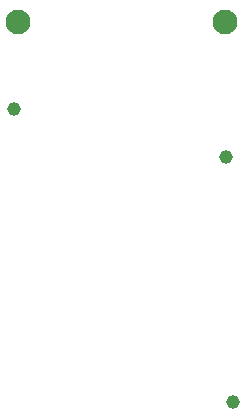
<source format=gbr>
%TF.GenerationSoftware,KiCad,Pcbnew,7.0.6-7.0.6~ubuntu22.04.1*%
%TF.CreationDate,2023-07-18T02:10:15-05:00*%
%TF.ProjectId,hydrophone_preamp,68796472-6f70-4686-9f6e-655f70726561,rev?*%
%TF.SameCoordinates,Original*%
%TF.FileFunction,Soldermask,Bot*%
%TF.FilePolarity,Negative*%
%FSLAX46Y46*%
G04 Gerber Fmt 4.6, Leading zero omitted, Abs format (unit mm)*
G04 Created by KiCad (PCBNEW 7.0.6-7.0.6~ubuntu22.04.1) date 2023-07-18 02:10:15*
%MOMM*%
%LPD*%
G01*
G04 APERTURE LIST*
%ADD10C,2.100000*%
%ADD11C,1.152000*%
G04 APERTURE END LIST*
D10*
%TO.C,REF\u002A\u002A*%
X138699860Y-94400000D03*
%TD*%
%TO.C,REF\u002A\u002A*%
X121200000Y-94400000D03*
%TD*%
D11*
%TO.C,REF\u002A\u002A*%
X120800000Y-101800000D03*
%TD*%
%TO.C,REF\u002A\u002A*%
X139400000Y-126600000D03*
%TD*%
%TO.C,REF\u002A\u002A*%
X138800000Y-105800000D03*
%TD*%
M02*

</source>
